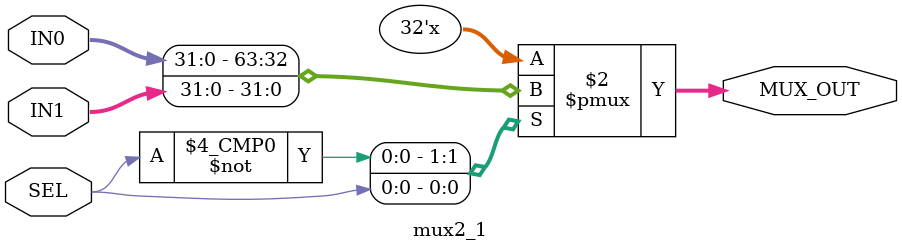
<source format=v>
`timescale 1ns / 1ps
module mux2_1(IN0, IN1, SEL, MUX_OUT);
    input [31:0] IN0, IN1;
    input SEL;
    output [31:0] MUX_OUT;
    reg [31:0] MUX_OUT;
    
    always @ (*)
        case(SEL)
            0: MUX_OUT = IN0;
            1: MUX_OUT = IN1;
        endcase
endmodule

</source>
